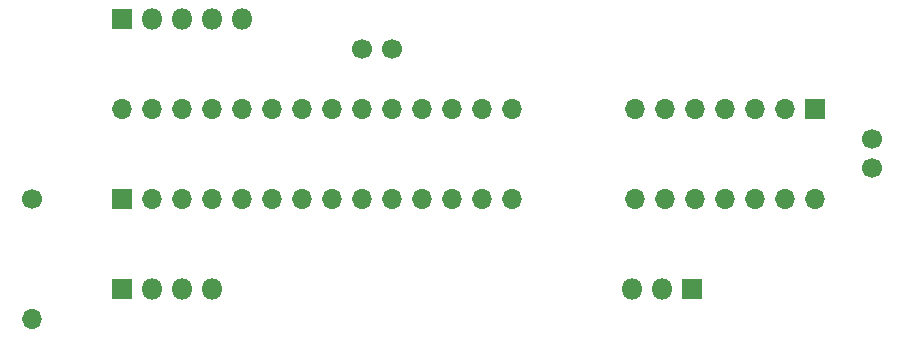
<source format=gbr>
%TF.GenerationSoftware,KiCad,Pcbnew,(5.1.6)-1*%
%TF.CreationDate,2021-04-02T22:19:38+08:00*%
%TF.ProjectId,loadcell1,6c6f6164-6365-46c6-9c31-2e6b69636164,rev?*%
%TF.SameCoordinates,Original*%
%TF.FileFunction,Soldermask,Bot*%
%TF.FilePolarity,Negative*%
%FSLAX46Y46*%
G04 Gerber Fmt 4.6, Leading zero omitted, Abs format (unit mm)*
G04 Created by KiCad (PCBNEW (5.1.6)-1) date 2021-04-02 22:19:38*
%MOMM*%
%LPD*%
G01*
G04 APERTURE LIST*
%ADD10R,1.700000X1.700000*%
%ADD11O,1.700000X1.700000*%
%ADD12C,1.700000*%
%ADD13R,1.800000X1.800000*%
%ADD14O,1.800000X1.800000*%
G04 APERTURE END LIST*
D10*
%TO.C,U2*%
X211074000Y-119380000D03*
D11*
X195834000Y-127000000D03*
X208534000Y-119380000D03*
X198374000Y-127000000D03*
X205994000Y-119380000D03*
X200914000Y-127000000D03*
X203454000Y-119380000D03*
X203454000Y-127000000D03*
X200914000Y-119380000D03*
X205994000Y-127000000D03*
X198374000Y-119380000D03*
X208534000Y-127000000D03*
X195834000Y-119380000D03*
X211074000Y-127000000D03*
%TD*%
D10*
%TO.C,U1*%
X152400000Y-127000000D03*
D11*
X185420000Y-119380000D03*
X154940000Y-127000000D03*
X182880000Y-119380000D03*
X157480000Y-127000000D03*
X180340000Y-119380000D03*
X160020000Y-127000000D03*
X177800000Y-119380000D03*
X162560000Y-127000000D03*
X175260000Y-119380000D03*
X165100000Y-127000000D03*
X172720000Y-119380000D03*
X167640000Y-127000000D03*
X170180000Y-119380000D03*
X170180000Y-127000000D03*
X167640000Y-119380000D03*
X172720000Y-127000000D03*
X165100000Y-119380000D03*
X175260000Y-127000000D03*
X162560000Y-119380000D03*
X177800000Y-127000000D03*
X160020000Y-119380000D03*
X180340000Y-127000000D03*
X157480000Y-119380000D03*
X182880000Y-127000000D03*
X154940000Y-119380000D03*
X185420000Y-127000000D03*
X152400000Y-119380000D03*
%TD*%
D12*
%TO.C,C1*%
X172760000Y-114300000D03*
X175260000Y-114300000D03*
%TD*%
%TO.C,C2*%
X215900000Y-121920000D03*
X215900000Y-124420000D03*
%TD*%
D13*
%TO.C,J1*%
X152400000Y-134620000D03*
D14*
X154940000Y-134620000D03*
X157480000Y-134620000D03*
X160020000Y-134620000D03*
%TD*%
D13*
%TO.C,J2*%
X152400000Y-111760000D03*
D14*
X154940000Y-111760000D03*
X157480000Y-111760000D03*
X160020000Y-111760000D03*
X162560000Y-111760000D03*
%TD*%
D13*
%TO.C,J3*%
X200660000Y-134620000D03*
D14*
X198120000Y-134620000D03*
X195580000Y-134620000D03*
%TD*%
D12*
%TO.C,R1*%
X144780000Y-127000000D03*
D11*
X144780000Y-137160000D03*
%TD*%
M02*

</source>
